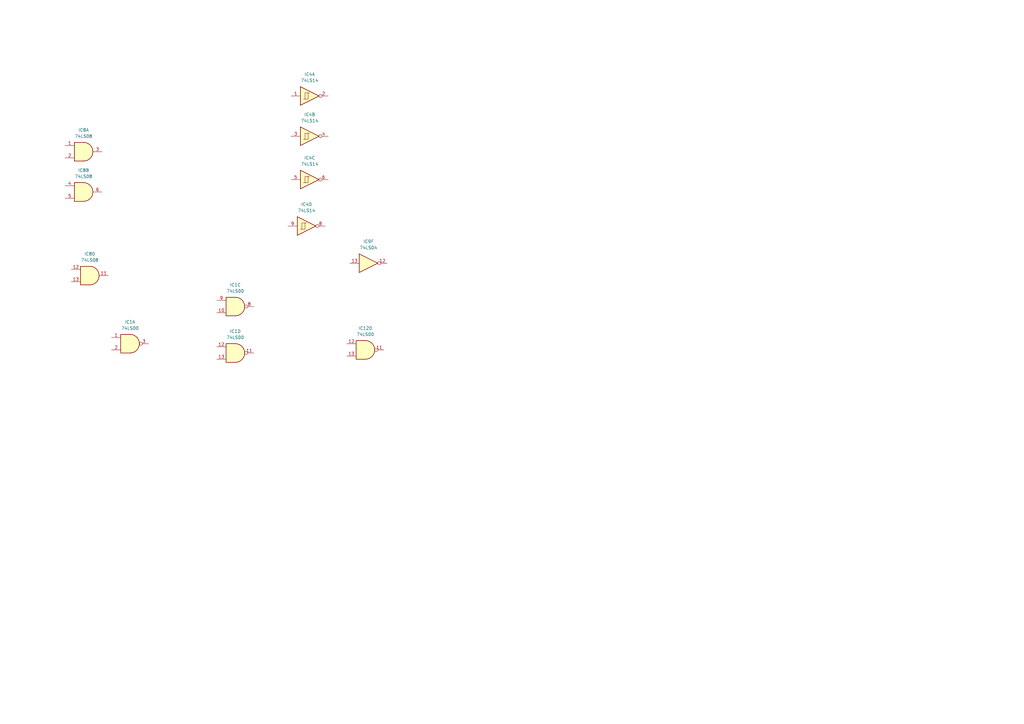
<source format=kicad_sch>
(kicad_sch (version 20250114) (generator "eeschema") (generator_version "9.0")
  (paper "A3")
  (title_block (title "Sharp MZ-80B Schematics") (date "14/FEB/2026") (rev "A") (company "Brett Hallen") (comment 4 "Redrawn from Service Manual"))
  (lib_symbols
    (symbol "74xx:74LS00" (pin_names (offset 1.016))
      (property "Reference" "U" (at 0 1.27 0))
      (property "Value" "74LS00" (at 0 -1.27 0))
      (symbol "74LS00_1_1"
        (arc (start 0 3.81) (mid 3.7934 0) (end 0 -3.81) (stroke (width 0.254)) (fill (type background)))
        (polyline (pts (xy 0 3.81) (xy -3.81 3.81) (xy -3.81 -3.81) (xy 0 -3.81)) (stroke (width 0.254)) (fill (type background)))
        (pin input line (at -7.62 2.54 0) (length 3.81) (name "~") (number "1"))
        (pin input line (at -7.62 -2.54 0) (length 3.81) (name "~") (number "2"))
        (pin output inverted (at 7.62 0 180) (length 3.81) (name "~") (number "3"))
      )
      (symbol "74LS00_1_2"
        (arc (start -3.81 3.81) (mid -2.589 0) (end -3.81 -3.81) (stroke (width 0.254)))
        (polyline (pts (xy -3.81 3.81) (xy -0.635 3.81)) (stroke (width 0.254)) (fill (type background)))
        (polyline (pts (xy -3.81 -3.81) (xy -0.635 -3.81)) (stroke (width 0.254)) (fill (type background)))
        (arc (start 3.81 0) (mid 2.1855 -2.584) (end -0.6096 -3.81) (stroke (width 0.254)) (fill (type background)))
        (arc (start -0.6096 3.81) (mid 2.1928 2.5924) (end 3.81 0) (stroke (width 0.254)) (fill (type background)))
        (polyline (pts (xy -0.635 3.81) (xy -3.81 3.81) (xy -3.81 3.81) (xy -3.556 3.4036) (xy -3.0226 2.2606) (xy -2.6924 1.0414) (xy -2.6162 -0.254) (xy -2.7686 -1.4986) (xy -3.175 -2.7178) (xy -3.81 -3.81) (xy -3.81 -3.81) (xy -0.635 -3.81)) (stroke (width -25.4)) (fill (type background)))
        (pin input inverted (at -7.62 2.54 0) (length 4.318) (name "~") (number "1"))
        (pin input inverted (at -7.62 -2.54 0) (length 4.318) (name "~") (number "2"))
        (pin output line (at 7.62 0 180) (length 3.81) (name "~") (number "3"))
      )
      (symbol "74LS00_2_1"
        (arc (start 0 3.81) (mid 3.7934 0) (end 0 -3.81) (stroke (width 0.254)) (fill (type background)))
        (polyline (pts (xy 0 3.81) (xy -3.81 3.81) (xy -3.81 -3.81) (xy 0 -3.81)) (stroke (width 0.254)) (fill (type background)))
        (pin input line (at -7.62 2.54 0) (length 3.81) (name "~") (number "4"))
        (pin input line (at -7.62 -2.54 0) (length 3.81) (name "~") (number "5"))
        (pin output inverted (at 7.62 0 180) (length 3.81) (name "~") (number "6"))
      )
      (symbol "74LS00_2_2"
        (arc (start -3.81 3.81) (mid -2.589 0) (end -3.81 -3.81) (stroke (width 0.254)))
        (polyline (pts (xy -3.81 3.81) (xy -0.635 3.81)) (stroke (width 0.254)) (fill (type background)))
        (polyline (pts (xy -3.81 -3.81) (xy -0.635 -3.81)) (stroke (width 0.254)) (fill (type background)))
        (arc (start 3.81 0) (mid 2.1855 -2.584) (end -0.6096 -3.81) (stroke (width 0.254)) (fill (type background)))
        (arc (start -0.6096 3.81) (mid 2.1928 2.5924) (end 3.81 0) (stroke (width 0.254)) (fill (type background)))
        (polyline (pts (xy -0.635 3.81) (xy -3.81 3.81) (xy -3.81 3.81) (xy -3.556 3.4036) (xy -3.0226 2.2606) (xy -2.6924 1.0414) (xy -2.6162 -0.254) (xy -2.7686 -1.4986) (xy -3.175 -2.7178) (xy -3.81 -3.81) (xy -3.81 -3.81) (xy -0.635 -3.81)) (stroke (width -25.4)) (fill (type background)))
        (pin input inverted (at -7.62 2.54 0) (length 4.318) (name "~") (number "4"))
        (pin input inverted (at -7.62 -2.54 0) (length 4.318) (name "~") (number "5"))
        (pin output line (at 7.62 0 180) (length 3.81) (name "~") (number "6"))
      )
      (symbol "74LS00_3_1"
        (arc (start 0 3.81) (mid 3.7934 0) (end 0 -3.81) (stroke (width 0.254)) (fill (type background)))
        (polyline (pts (xy 0 3.81) (xy -3.81 3.81) (xy -3.81 -3.81) (xy 0 -3.81)) (stroke (width 0.254)) (fill (type background)))
        (pin input line (at -7.62 2.54 0) (length 3.81) (name "~") (number "9"))
        (pin input line (at -7.62 -2.54 0) (length 3.81) (name "~") (number "10"))
        (pin output inverted (at 7.62 0 180) (length 3.81) (name "~") (number "8"))
      )
      (symbol "74LS00_3_2"
        (arc (start -3.81 3.81) (mid -2.589 0) (end -3.81 -3.81) (stroke (width 0.254)))
        (polyline (pts (xy -3.81 3.81) (xy -0.635 3.81)) (stroke (width 0.254)) (fill (type background)))
        (polyline (pts (xy -3.81 -3.81) (xy -0.635 -3.81)) (stroke (width 0.254)) (fill (type background)))
        (arc (start 3.81 0) (mid 2.1855 -2.584) (end -0.6096 -3.81) (stroke (width 0.254)) (fill (type background)))
        (arc (start -0.6096 3.81) (mid 2.1928 2.5924) (end 3.81 0) (stroke (width 0.254)) (fill (type background)))
        (polyline (pts (xy -0.635 3.81) (xy -3.81 3.81) (xy -3.81 3.81) (xy -3.556 3.4036) (xy -3.0226 2.2606) (xy -2.6924 1.0414) (xy -2.6162 -0.254) (xy -2.7686 -1.4986) (xy -3.175 -2.7178) (xy -3.81 -3.81) (xy -3.81 -3.81) (xy -0.635 -3.81)) (stroke (width -25.4)) (fill (type background)))
        (pin input inverted (at -7.62 2.54 0) (length 4.318) (name "~") (number "9"))
        (pin input inverted (at -7.62 -2.54 0) (length 4.318) (name "~") (number "10"))
        (pin output line (at 7.62 0 180) (length 3.81) (name "~") (number "8"))
      )
      (symbol "74LS00_4_1"
        (arc (start 0 3.81) (mid 3.7934 0) (end 0 -3.81) (stroke (width 0.254)) (fill (type background)))
        (polyline (pts (xy 0 3.81) (xy -3.81 3.81) (xy -3.81 -3.81) (xy 0 -3.81)) (stroke (width 0.254)) (fill (type background)))
        (pin input line (at -7.62 2.54 0) (length 3.81) (name "~") (number "12"))
        (pin input line (at -7.62 -2.54 0) (length 3.81) (name "~") (number "13"))
        (pin output inverted (at 7.62 0 180) (length 3.81) (name "~") (number "11"))
      )
      (symbol "74LS00_4_2"
        (arc (start -3.81 3.81) (mid -2.589 0) (end -3.81 -3.81) (stroke (width 0.254)))
        (polyline (pts (xy -3.81 3.81) (xy -0.635 3.81)) (stroke (width 0.254)) (fill (type background)))
        (polyline (pts (xy -3.81 -3.81) (xy -0.635 -3.81)) (stroke (width 0.254)) (fill (type background)))
        (arc (start 3.81 0) (mid 2.1855 -2.584) (end -0.6096 -3.81) (stroke (width 0.254)) (fill (type background)))
        (arc (start -0.6096 3.81) (mid 2.1928 2.5924) (end 3.81 0) (stroke (width 0.254)) (fill (type background)))
        (polyline (pts (xy -0.635 3.81) (xy -3.81 3.81) (xy -3.81 3.81) (xy -3.556 3.4036) (xy -3.0226 2.2606) (xy -2.6924 1.0414) (xy -2.6162 -0.254) (xy -2.7686 -1.4986) (xy -3.175 -2.7178) (xy -3.81 -3.81) (xy -3.81 -3.81) (xy -0.635 -3.81)) (stroke (width -25.4)) (fill (type background)))
        (pin input inverted (at -7.62 2.54 0) (length 4.318) (name "~") (number "12"))
        (pin input inverted (at -7.62 -2.54 0) (length 4.318) (name "~") (number "13"))
        (pin output line (at 7.62 0 180) (length 3.81) (name "~") (number "11"))
      )
      (symbol "74LS00_5_0"
        (pin power_in line (at 0 12.7 270) (length 5.08) (name "VCC") (number "14"))
        (pin power_in line (at 0 -12.7 90) (length 5.08) (name "GND") (number "7"))
      )
      (symbol "74LS00_5_1"
        (rectangle (start -5.08 7.62) (end 5.08 -7.62) (stroke (width 0.254)) (fill (type background)))
      )
    )
    (symbol "74xx:74LS04"
      (property "Reference" "U" (at 0 1.27 0))
      (property "Value" "74LS04" (at 0 -1.27 0))
      (symbol "74LS04_1_0"
        (polyline (pts (xy -3.81 3.81) (xy -3.81 -3.81) (xy 3.81 0) (xy -3.81 3.81)) (stroke (width 0.254)) (fill (type background)))
        (pin input line (at -7.62 0 0) (length 3.81) (name "~") (number "1"))
        (pin output inverted (at 7.62 0 180) (length 3.81) (name "~") (number "2"))
      )
      (symbol "74LS04_2_0"
        (polyline (pts (xy -3.81 3.81) (xy -3.81 -3.81) (xy 3.81 0) (xy -3.81 3.81)) (stroke (width 0.254)) (fill (type background)))
        (pin input line (at -7.62 0 0) (length 3.81) (name "~") (number "3"))
        (pin output inverted (at 7.62 0 180) (length 3.81) (name "~") (number "4"))
      )
      (symbol "74LS04_3_0"
        (polyline (pts (xy -3.81 3.81) (xy -3.81 -3.81) (xy 3.81 0) (xy -3.81 3.81)) (stroke (width 0.254)) (fill (type background)))
        (pin input line (at -7.62 0 0) (length 3.81) (name "~") (number "5"))
        (pin output inverted (at 7.62 0 180) (length 3.81) (name "~") (number "6"))
      )
      (symbol "74LS04_4_0"
        (polyline (pts (xy -3.81 3.81) (xy -3.81 -3.81) (xy 3.81 0) (xy -3.81 3.81)) (stroke (width 0.254)) (fill (type background)))
        (pin input line (at -7.62 0 0) (length 3.81) (name "~") (number "9"))
        (pin output inverted (at 7.62 0 180) (length 3.81) (name "~") (number "8"))
      )
      (symbol "74LS04_5_0"
        (polyline (pts (xy -3.81 3.81) (xy -3.81 -3.81) (xy 3.81 0) (xy -3.81 3.81)) (stroke (width 0.254)) (fill (type background)))
        (pin input line (at -7.62 0 0) (length 3.81) (name "~") (number "11"))
        (pin output inverted (at 7.62 0 180) (length 3.81) (name "~") (number "10"))
      )
      (symbol "74LS04_6_0"
        (polyline (pts (xy -3.81 3.81) (xy -3.81 -3.81) (xy 3.81 0) (xy -3.81 3.81)) (stroke (width 0.254)) (fill (type background)))
        (pin input line (at -7.62 0 0) (length 3.81) (name "~") (number "13"))
        (pin output inverted (at 7.62 0 180) (length 3.81) (name "~") (number "12"))
      )
      (symbol "74LS04_7_0"
        (pin power_in line (at 0 12.7 270) (length 5.08) (name "VCC") (number "14"))
        (pin power_in line (at 0 -12.7 90) (length 5.08) (name "GND") (number "7"))
      )
      (symbol "74LS04_7_1"
        (rectangle (start -5.08 7.62) (end 5.08 -7.62) (stroke (width 0.254)) (fill (type background)))
      )
    )
    (symbol "74xx:74LS08" (pin_names (offset 1.016))
      (property "Reference" "U" (at 0 1.27 0))
      (property "Value" "74LS08" (at 0 -1.27 0))
      (symbol "74LS08_1_1"
        (arc (start 0 3.81) (mid 3.7934 0) (end 0 -3.81) (stroke (width 0.254)) (fill (type background)))
        (polyline (pts (xy 0 3.81) (xy -3.81 3.81) (xy -3.81 -3.81) (xy 0 -3.81)) (stroke (width 0.254)) (fill (type background)))
        (pin input line (at -7.62 2.54 0) (length 3.81) (name "~") (number "1"))
        (pin input line (at -7.62 -2.54 0) (length 3.81) (name "~") (number "2"))
        (pin output line (at 7.62 0 180) (length 3.81) (name "~") (number "3"))
      )
      (symbol "74LS08_1_2"
        (arc (start -3.81 3.81) (mid -2.589 0) (end -3.81 -3.81) (stroke (width 0.254)))
        (polyline (pts (xy -3.81 3.81) (xy -0.635 3.81)) (stroke (width 0.254)) (fill (type background)))
        (polyline (pts (xy -3.81 -3.81) (xy -0.635 -3.81)) (stroke (width 0.254)) (fill (type background)))
        (arc (start 3.81 0) (mid 2.1855 -2.584) (end -0.6096 -3.81) (stroke (width 0.254)) (fill (type background)))
        (arc (start -0.6096 3.81) (mid 2.1928 2.5924) (end 3.81 0) (stroke (width 0.254)) (fill (type background)))
        (polyline (pts (xy -0.635 3.81) (xy -3.81 3.81) (xy -3.81 3.81) (xy -3.556 3.4036) (xy -3.0226 2.2606) (xy -2.6924 1.0414) (xy -2.6162 -0.254) (xy -2.7686 -1.4986) (xy -3.175 -2.7178) (xy -3.81 -3.81) (xy -3.81 -3.81) (xy -0.635 -3.81)) (stroke (width -25.4)) (fill (type background)))
        (pin input inverted (at -7.62 2.54 0) (length 4.318) (name "~") (number "1"))
        (pin input inverted (at -7.62 -2.54 0) (length 4.318) (name "~") (number "2"))
        (pin output inverted (at 7.62 0 180) (length 3.81) (name "~") (number "3"))
      )
      (symbol "74LS08_2_1"
        (arc (start 0 3.81) (mid 3.7934 0) (end 0 -3.81) (stroke (width 0.254)) (fill (type background)))
        (polyline (pts (xy 0 3.81) (xy -3.81 3.81) (xy -3.81 -3.81) (xy 0 -3.81)) (stroke (width 0.254)) (fill (type background)))
        (pin input line (at -7.62 2.54 0) (length 3.81) (name "~") (number "4"))
        (pin input line (at -7.62 -2.54 0) (length 3.81) (name "~") (number "5"))
        (pin output line (at 7.62 0 180) (length 3.81) (name "~") (number "6"))
      )
      (symbol "74LS08_2_2"
        (arc (start -3.81 3.81) (mid -2.589 0) (end -3.81 -3.81) (stroke (width 0.254)))
        (polyline (pts (xy -3.81 3.81) (xy -0.635 3.81)) (stroke (width 0.254)) (fill (type background)))
        (polyline (pts (xy -3.81 -3.81) (xy -0.635 -3.81)) (stroke (width 0.254)) (fill (type background)))
        (arc (start 3.81 0) (mid 2.1855 -2.584) (end -0.6096 -3.81) (stroke (width 0.254)) (fill (type background)))
        (arc (start -0.6096 3.81) (mid 2.1928 2.5924) (end 3.81 0) (stroke (width 0.254)) (fill (type background)))
        (polyline (pts (xy -0.635 3.81) (xy -3.81 3.81) (xy -3.81 3.81) (xy -3.556 3.4036) (xy -3.0226 2.2606) (xy -2.6924 1.0414) (xy -2.6162 -0.254) (xy -2.7686 -1.4986) (xy -3.175 -2.7178) (xy -3.81 -3.81) (xy -3.81 -3.81) (xy -0.635 -3.81)) (stroke (width -25.4)) (fill (type background)))
        (pin input inverted (at -7.62 2.54 0) (length 4.318) (name "~") (number "4"))
        (pin input inverted (at -7.62 -2.54 0) (length 4.318) (name "~") (number "5"))
        (pin output inverted (at 7.62 0 180) (length 3.81) (name "~") (number "6"))
      )
      (symbol "74LS08_3_1"
        (arc (start 0 3.81) (mid 3.7934 0) (end 0 -3.81) (stroke (width 0.254)) (fill (type background)))
        (polyline (pts (xy 0 3.81) (xy -3.81 3.81) (xy -3.81 -3.81) (xy 0 -3.81)) (stroke (width 0.254)) (fill (type background)))
        (pin input line (at -7.62 2.54 0) (length 3.81) (name "~") (number "9"))
        (pin input line (at -7.62 -2.54 0) (length 3.81) (name "~") (number "10"))
        (pin output line (at 7.62 0 180) (length 3.81) (name "~") (number "8"))
      )
      (symbol "74LS08_3_2"
        (arc (start -3.81 3.81) (mid -2.589 0) (end -3.81 -3.81) (stroke (width 0.254)))
        (polyline (pts (xy -3.81 3.81) (xy -0.635 3.81)) (stroke (width 0.254)) (fill (type background)))
        (polyline (pts (xy -3.81 -3.81) (xy -0.635 -3.81)) (stroke (width 0.254)) (fill (type background)))
        (arc (start 3.81 0) (mid 2.1855 -2.584) (end -0.6096 -3.81) (stroke (width 0.254)) (fill (type background)))
        (arc (start -0.6096 3.81) (mid 2.1928 2.5924) (end 3.81 0) (stroke (width 0.254)) (fill (type background)))
        (polyline (pts (xy -0.635 3.81) (xy -3.81 3.81) (xy -3.81 3.81) (xy -3.556 3.4036) (xy -3.0226 2.2606) (xy -2.6924 1.0414) (xy -2.6162 -0.254) (xy -2.7686 -1.4986) (xy -3.175 -2.7178) (xy -3.81 -3.81) (xy -3.81 -3.81) (xy -0.635 -3.81)) (stroke (width -25.4)) (fill (type background)))
        (pin input inverted (at -7.62 2.54 0) (length 4.318) (name "~") (number "9"))
        (pin input inverted (at -7.62 -2.54 0) (length 4.318) (name "~") (number "10"))
        (pin output inverted (at 7.62 0 180) (length 3.81) (name "~") (number "8"))
      )
      (symbol "74LS08_4_1"
        (arc (start 0 3.81) (mid 3.7934 0) (end 0 -3.81) (stroke (width 0.254)) (fill (type background)))
        (polyline (pts (xy 0 3.81) (xy -3.81 3.81) (xy -3.81 -3.81) (xy 0 -3.81)) (stroke (width 0.254)) (fill (type background)))
        (pin input line (at -7.62 2.54 0) (length 3.81) (name "~") (number "12"))
        (pin input line (at -7.62 -2.54 0) (length 3.81) (name "~") (number "13"))
        (pin output line (at 7.62 0 180) (length 3.81) (name "~") (number "11"))
      )
      (symbol "74LS08_4_2"
        (arc (start -3.81 3.81) (mid -2.589 0) (end -3.81 -3.81) (stroke (width 0.254)))
        (polyline (pts (xy -3.81 3.81) (xy -0.635 3.81)) (stroke (width 0.254)) (fill (type background)))
        (polyline (pts (xy -3.81 -3.81) (xy -0.635 -3.81)) (stroke (width 0.254)) (fill (type background)))
        (arc (start 3.81 0) (mid 2.1855 -2.584) (end -0.6096 -3.81) (stroke (width 0.254)) (fill (type background)))
        (arc (start -0.6096 3.81) (mid 2.1928 2.5924) (end 3.81 0) (stroke (width 0.254)) (fill (type background)))
        (polyline (pts (xy -0.635 3.81) (xy -3.81 3.81) (xy -3.81 3.81) (xy -3.556 3.4036) (xy -3.0226 2.2606) (xy -2.6924 1.0414) (xy -2.6162 -0.254) (xy -2.7686 -1.4986) (xy -3.175 -2.7178) (xy -3.81 -3.81) (xy -3.81 -3.81) (xy -0.635 -3.81)) (stroke (width -25.4)) (fill (type background)))
        (pin input inverted (at -7.62 2.54 0) (length 4.318) (name "~") (number "12"))
        (pin input inverted (at -7.62 -2.54 0) (length 4.318) (name "~") (number "13"))
        (pin output inverted (at 7.62 0 180) (length 3.81) (name "~") (number "11"))
      )
      (symbol "74LS08_5_0"
        (pin power_in line (at 0 12.7 270) (length 5.08) (name "VCC") (number "14"))
        (pin power_in line (at 0 -12.7 90) (length 5.08) (name "GND") (number "7"))
      )
      (symbol "74LS08_5_1"
        (rectangle (start -5.08 7.62) (end 5.08 -7.62) (stroke (width 0.254)) (fill (type background)))
      )
    )
    (symbol "74xx:74LS14" (pin_names (offset 1.016))
      (property "Reference" "U" (at 0 1.27 0))
      (property "Value" "74LS14" (at 0 -1.27 0))
      (symbol "74LS14_1_0"
        (polyline (pts (xy -3.81 3.81) (xy -3.81 -3.81) (xy 3.81 0) (xy -3.81 3.81)) (stroke (width 0.254)) (fill (type background)))
        (pin input line (at -7.62 0 0) (length 3.81) (name "~") (number "1"))
        (pin output inverted (at 7.62 0 180) (length 3.81) (name "~") (number "2"))
      )
      (symbol "74LS14_1_1"
        (polyline (pts (xy -2.54 -1.27) (xy -0.635 -1.27) (xy -0.635 1.27) (xy 0 1.27)))
        (polyline (pts (xy -1.905 -1.27) (xy -1.905 1.27) (xy -0.635 1.27)))
      )
      (symbol "74LS14_2_0"
        (polyline (pts (xy -3.81 3.81) (xy -3.81 -3.81) (xy 3.81 0) (xy -3.81 3.81)) (stroke (width 0.254)) (fill (type background)))
        (pin input line (at -7.62 0 0) (length 3.81) (name "~") (number "3"))
        (pin output inverted (at 7.62 0 180) (length 3.81) (name "~") (number "4"))
      )
      (symbol "74LS14_2_1"
        (polyline (pts (xy -2.54 -1.27) (xy -0.635 -1.27) (xy -0.635 1.27) (xy 0 1.27)))
        (polyline (pts (xy -1.905 -1.27) (xy -1.905 1.27) (xy -0.635 1.27)))
      )
      (symbol "74LS14_3_0"
        (polyline (pts (xy -3.81 3.81) (xy -3.81 -3.81) (xy 3.81 0) (xy -3.81 3.81)) (stroke (width 0.254)) (fill (type background)))
        (pin input line (at -7.62 0 0) (length 3.81) (name "~") (number "5"))
        (pin output inverted (at 7.62 0 180) (length 3.81) (name "~") (number "6"))
      )
      (symbol "74LS14_3_1"
        (polyline (pts (xy -2.54 -1.27) (xy -0.635 -1.27) (xy -0.635 1.27) (xy 0 1.27)))
        (polyline (pts (xy -1.905 -1.27) (xy -1.905 1.27) (xy -0.635 1.27)))
      )
      (symbol "74LS14_4_0"
        (polyline (pts (xy -3.81 3.81) (xy -3.81 -3.81) (xy 3.81 0) (xy -3.81 3.81)) (stroke (width 0.254)) (fill (type background)))
        (pin input line (at -7.62 0 0) (length 3.81) (name "~") (number "9"))
        (pin output inverted (at 7.62 0 180) (length 3.81) (name "~") (number "8"))
      )
      (symbol "74LS14_4_1"
        (polyline (pts (xy -2.54 -1.27) (xy -0.635 -1.27) (xy -0.635 1.27) (xy 0 1.27)))
        (polyline (pts (xy -1.905 -1.27) (xy -1.905 1.27) (xy -0.635 1.27)))
      )
      (symbol "74LS14_5_0"
        (polyline (pts (xy -3.81 3.81) (xy -3.81 -3.81) (xy 3.81 0) (xy -3.81 3.81)) (stroke (width 0.254)) (fill (type background)))
        (pin input line (at -7.62 0 0) (length 3.81) (name "~") (number "11"))
        (pin output inverted (at 7.62 0 180) (length 3.81) (name "~") (number "10"))
      )
      (symbol "74LS14_5_1"
        (polyline (pts (xy -2.54 -1.27) (xy -0.635 -1.27) (xy -0.635 1.27) (xy 0 1.27)))
        (polyline (pts (xy -1.905 -1.27) (xy -1.905 1.27) (xy -0.635 1.27)))
      )
      (symbol "74LS14_6_0"
        (polyline (pts (xy -3.81 3.81) (xy -3.81 -3.81) (xy 3.81 0) (xy -3.81 3.81)) (stroke (width 0.254)) (fill (type background)))
        (pin input line (at -7.62 0 0) (length 3.81) (name "~") (number "13"))
        (pin output inverted (at 7.62 0 180) (length 3.81) (name "~") (number "12"))
      )
      (symbol "74LS14_6_1"
        (polyline (pts (xy -2.54 -1.27) (xy -0.635 -1.27) (xy -0.635 1.27) (xy 0 1.27)))
        (polyline (pts (xy -1.905 -1.27) (xy -1.905 1.27) (xy -0.635 1.27)))
      )
      (symbol "74LS14_7_0"
        (pin power_in line (at 0 12.7 270) (length 5.08) (name "VCC") (number "14"))
        (pin power_in line (at 0 -12.7 90) (length 5.08) (name "GND") (number "7"))
      )
      (symbol "74LS14_7_1"
        (rectangle (start -5.08 7.62) (end 5.08 -7.62) (stroke (width 0.254)) (fill (type background)))
      )
    )
  )
  (symbol (lib_id "74xx:74LS14") (at 127 55.88 0) (unit 2)
    (property "Reference" "IC4" (at 127 46.99 0))
    (property "Value" "74LS14" (at 127 49.53 0))
    (property "Datasheet" "http://www.ti.com/lit/gpn/sn74LS14" (effects (hide yes)))
    (property "Description" "Hex inverter schmitt trigger" (effects (hide yes)))
  )
  (symbol (lib_id "74xx:74LS08") (at 34.29 78.74 0) (unit 2)
    (property "Reference" "IC8" (at 34.2817 69.85 0))
    (property "Value" "74LS08" (at 34.2817 72.39 0))
    (property "Datasheet" "http://www.ti.com/lit/gpn/sn74LS08" (effects (hide yes)))
    (property "Description" "Quad And2" (effects (hide yes)))
  )
  (symbol (lib_id "74xx:74LS00") (at 96.52 144.78 0) (unit 4)
    (property "Reference" "IC1" (at 96.5117 135.89 0))
    (property "Value" "74LS00" (at 96.5117 138.43 0))
    (property "Datasheet" "http://www.ti.com/lit/gpn/sn74ls00" (effects (hide yes)))
    (property "Description" "quad 2-input NAND gate" (effects (hide yes)))
  )
  (symbol (lib_id "74xx:74LS00") (at 53.34 140.97 0) (unit 1)
    (property "Reference" "IC1" (at 53.3317 132.08 0))
    (property "Value" "74LS00" (at 53.3317 134.62 0))
    (property "Datasheet" "http://www.ti.com/lit/gpn/sn74ls00" (effects (hide yes)))
    (property "Description" "quad 2-input NAND gate" (effects (hide yes)))
  )
  (symbol (lib_id "74xx:74LS00") (at 149.86 143.51 0) (unit 4)
    (property "Reference" "IC12" (at 149.8517 134.62 0))
    (property "Value" "74LS00" (at 149.8517 137.16 0))
    (property "Datasheet" "http://www.ti.com/lit/gpn/sn74ls00" (effects (hide yes)))
    (property "Description" "quad 2-input NAND gate" (effects (hide yes)))
  )
  (symbol (lib_id "74xx:74LS00") (at 96.52 125.73 0) (unit 3)
    (property "Reference" "IC1" (at 96.5117 116.84 0))
    (property "Value" "74LS00" (at 96.5117 119.38 0))
    (property "Datasheet" "http://www.ti.com/lit/gpn/sn74ls00" (effects (hide yes)))
    (property "Description" "quad 2-input NAND gate" (effects (hide yes)))
  )
  (symbol (lib_id "74xx:74LS14") (at 127 73.66 0) (unit 3)
    (property "Reference" "IC4" (at 127 64.77 0))
    (property "Value" "74LS14" (at 127 67.31 0))
    (property "Datasheet" "http://www.ti.com/lit/gpn/sn74LS14" (effects (hide yes)))
    (property "Description" "Hex inverter schmitt trigger" (effects (hide yes)))
  )
  (symbol (lib_id "74xx:74LS08") (at 36.83 113.03 0) (unit 4)
    (property "Reference" "IC8" (at 36.8217 104.14 0))
    (property "Value" "74LS08" (at 36.8217 106.68 0))
    (property "Datasheet" "http://www.ti.com/lit/gpn/sn74LS08" (effects (hide yes)))
    (property "Description" "Quad And2" (effects (hide yes)))
  )
  (symbol (lib_id "74xx:74LS04") (at 151.13 107.95 0) (unit 6)
    (property "Reference" "IC9" (at 151.13 99.06 0))
    (property "Value" "74LS04" (at 151.13 101.6 0))
    (property "Datasheet" "http://www.ti.com/lit/gpn/sn74LS04" (effects (hide yes)))
    (property "Description" "Hex Inverter" (effects (hide yes)))
  )
  (symbol (lib_id "74xx:74LS14") (at 127 39.37 0) (unit 1)
    (property "Reference" "IC4" (at 127 30.48 0))
    (property "Value" "74LS14" (at 127 33.02 0))
    (property "Datasheet" "http://www.ti.com/lit/gpn/sn74LS14" (effects (hide yes)))
    (property "Description" "Hex inverter schmitt trigger" (effects (hide yes)))
  )
  (symbol (lib_id "74xx:74LS08") (at 34.29 62.23 0) (unit 1)
    (property "Reference" "IC8" (at 34.2817 53.34 0))
    (property "Value" "74LS08" (at 34.2817 55.88 0))
    (property "Datasheet" "http://www.ti.com/lit/gpn/sn74LS08" (effects (hide yes)))
    (property "Description" "Quad And2" (effects (hide yes)))
  )
  (symbol (lib_id "74xx:74LS14") (at 125.73 92.71 0) (unit 4)
    (property "Reference" "IC4" (at 125.73 83.82 0))
    (property "Value" "74LS14" (at 125.73 86.36 0))
    (property "Datasheet" "http://www.ti.com/lit/gpn/sn74LS14" (effects (hide yes)))
    (property "Description" "Hex inverter schmitt trigger" (effects (hide yes)))
  )
)
</source>
